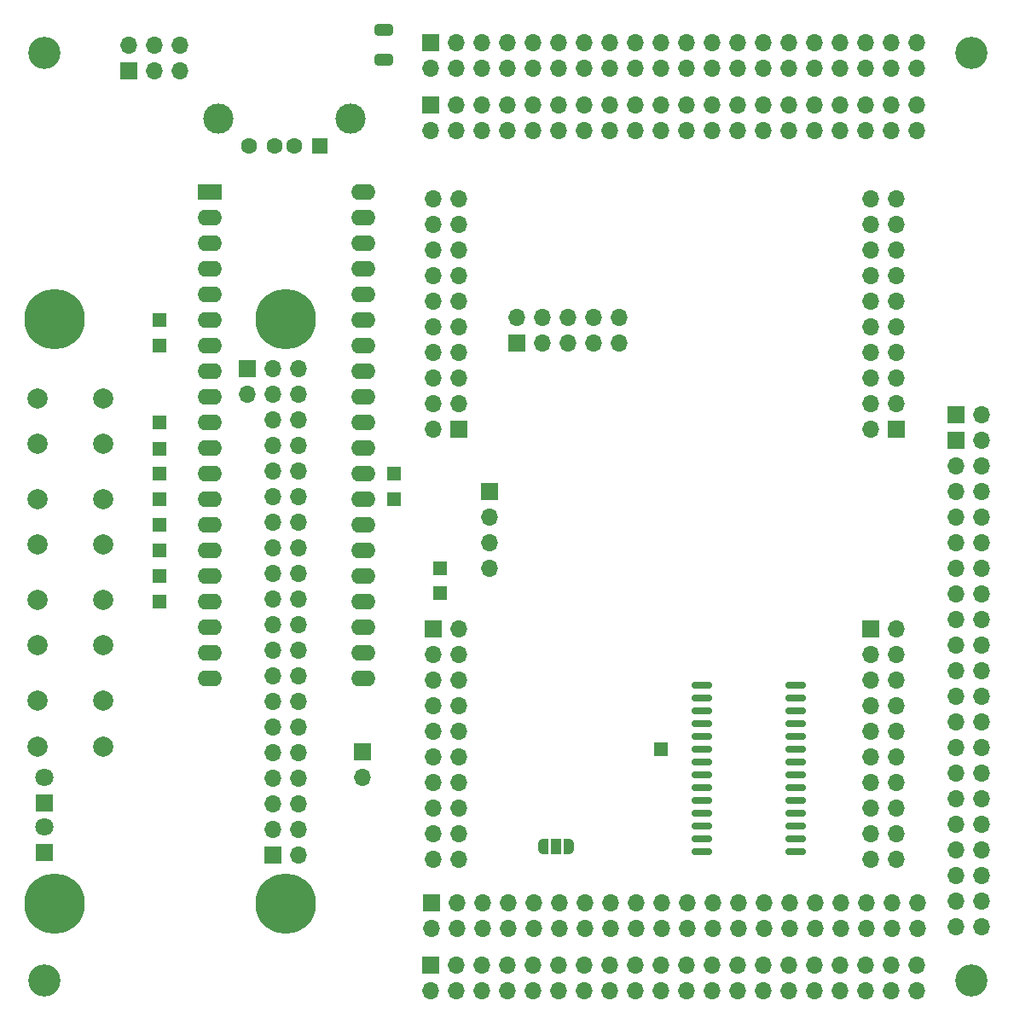
<source format=gbr>
%TF.GenerationSoftware,KiCad,Pcbnew,7.0.7-7.0.7~ubuntu20.04.1*%
%TF.CreationDate,2023-09-08T15:38:02+02:00*%
%TF.ProjectId,cpld_board_max2,63706c64-5f62-46f6-9172-645f6d617832,rev?*%
%TF.SameCoordinates,Original*%
%TF.FileFunction,Soldermask,Top*%
%TF.FilePolarity,Negative*%
%FSLAX46Y46*%
G04 Gerber Fmt 4.6, Leading zero omitted, Abs format (unit mm)*
G04 Created by KiCad (PCBNEW 7.0.7-7.0.7~ubuntu20.04.1) date 2023-09-08 15:38:02*
%MOMM*%
%LPD*%
G01*
G04 APERTURE LIST*
G04 Aperture macros list*
%AMRoundRect*
0 Rectangle with rounded corners*
0 $1 Rounding radius*
0 $2 $3 $4 $5 $6 $7 $8 $9 X,Y pos of 4 corners*
0 Add a 4 corners polygon primitive as box body*
4,1,4,$2,$3,$4,$5,$6,$7,$8,$9,$2,$3,0*
0 Add four circle primitives for the rounded corners*
1,1,$1+$1,$2,$3*
1,1,$1+$1,$4,$5*
1,1,$1+$1,$6,$7*
1,1,$1+$1,$8,$9*
0 Add four rect primitives between the rounded corners*
20,1,$1+$1,$2,$3,$4,$5,0*
20,1,$1+$1,$4,$5,$6,$7,0*
20,1,$1+$1,$6,$7,$8,$9,0*
20,1,$1+$1,$8,$9,$2,$3,0*%
%AMFreePoly0*
4,1,19,0.550000,-0.750000,0.000000,-0.750000,0.000000,-0.744911,-0.071157,-0.744911,-0.207708,-0.704816,-0.327430,-0.627875,-0.420627,-0.520320,-0.479746,-0.390866,-0.500000,-0.250000,-0.500000,0.250000,-0.479746,0.390866,-0.420627,0.520320,-0.327430,0.627875,-0.207708,0.704816,-0.071157,0.744911,0.000000,0.744911,0.000000,0.750000,0.550000,0.750000,0.550000,-0.750000,0.550000,-0.750000,
$1*%
%AMFreePoly1*
4,1,19,0.000000,0.744911,0.071157,0.744911,0.207708,0.704816,0.327430,0.627875,0.420627,0.520320,0.479746,0.390866,0.500000,0.250000,0.500000,-0.250000,0.479746,-0.390866,0.420627,-0.520320,0.327430,-0.627875,0.207708,-0.704816,0.071157,-0.744911,0.000000,-0.744911,0.000000,-0.750000,-0.550000,-0.750000,-0.550000,0.750000,0.000000,0.750000,0.000000,0.744911,0.000000,0.744911,
$1*%
G04 Aperture macros list end*
%ADD10R,1.700000X1.700000*%
%ADD11O,1.700000X1.700000*%
%ADD12R,1.600000X1.500000*%
%ADD13C,1.600000*%
%ADD14C,3.000000*%
%ADD15R,1.350000X1.350000*%
%ADD16C,3.200000*%
%ADD17FreePoly0,0.000000*%
%ADD18R,1.000000X1.500000*%
%ADD19FreePoly1,0.000000*%
%ADD20R,2.400000X1.600000*%
%ADD21O,2.400000X1.600000*%
%ADD22C,6.000000*%
%ADD23RoundRect,0.250000X0.650000X-0.325000X0.650000X0.325000X-0.650000X0.325000X-0.650000X-0.325000X0*%
%ADD24R,1.800000X1.800000*%
%ADD25C,1.800000*%
%ADD26RoundRect,0.150000X0.875000X0.150000X-0.875000X0.150000X-0.875000X-0.150000X0.875000X-0.150000X0*%
%ADD27C,2.000000*%
G04 APERTURE END LIST*
D10*
%TO.C,J1*%
X142360000Y-42957000D03*
D11*
X142360000Y-45497000D03*
X144900000Y-42957000D03*
X144900000Y-45497000D03*
X147440000Y-42957000D03*
X147440000Y-45497000D03*
X149980000Y-42957000D03*
X149980000Y-45497000D03*
X152520000Y-42957000D03*
X152520000Y-45497000D03*
X155060000Y-42957000D03*
X155060000Y-45497000D03*
X157600000Y-42957000D03*
X157600000Y-45497000D03*
X160140000Y-42957000D03*
X160140000Y-45497000D03*
X162680000Y-42957000D03*
X162680000Y-45497000D03*
X165220000Y-42957000D03*
X165220000Y-45497000D03*
X167760000Y-42957000D03*
X167760000Y-45497000D03*
X170300000Y-42957000D03*
X170300000Y-45497000D03*
X172840000Y-42957000D03*
X172840000Y-45497000D03*
X175380000Y-42957000D03*
X175380000Y-45497000D03*
X177920000Y-42957000D03*
X177920000Y-45497000D03*
X180460000Y-42957000D03*
X180460000Y-45497000D03*
X183000000Y-42957000D03*
X183000000Y-45497000D03*
X185540000Y-42957000D03*
X185540000Y-45497000D03*
X188080000Y-42957000D03*
X188080000Y-45497000D03*
X190620000Y-42957000D03*
X190620000Y-45497000D03*
%TD*%
D12*
%TO.C,J8*%
X131318000Y-53213000D03*
D13*
X128818000Y-53213000D03*
X126818000Y-53213000D03*
X124318000Y-53213000D03*
D14*
X134388000Y-50503000D03*
X121248000Y-50503000D03*
%TD*%
D15*
%TO.C,J17*%
X115443000Y-70485000D03*
%TD*%
%TO.C,J26*%
X115443000Y-93345000D03*
%TD*%
D16*
%TO.C,H8*%
X104966691Y-128409913D03*
%TD*%
D10*
%TO.C,J13*%
X150876000Y-72771000D03*
D11*
X150876000Y-70231000D03*
X153416000Y-72771000D03*
X153416000Y-70231000D03*
X155956000Y-72771000D03*
X155956000Y-70231000D03*
X158496000Y-72771000D03*
X158496000Y-70231000D03*
X161036000Y-72771000D03*
X161036000Y-70231000D03*
%TD*%
D10*
%TO.C,J11*%
X124153169Y-75275648D03*
D11*
X124153169Y-77815648D03*
%TD*%
D15*
%TO.C,J18*%
X138684000Y-88265000D03*
%TD*%
%TO.C,J23*%
X115443000Y-85725000D03*
%TD*%
D17*
%TO.C,JP1*%
X153483000Y-122682000D03*
D18*
X154783000Y-122682000D03*
D19*
X156083000Y-122682000D03*
%TD*%
D15*
%TO.C,J16*%
X143256000Y-95123000D03*
%TD*%
%TO.C,J29*%
X165227000Y-113030000D03*
%TD*%
D16*
%TO.C,H1*%
X196000000Y-136000000D03*
%TD*%
D20*
%TO.C,J6*%
X120396000Y-57785000D03*
D21*
X120396000Y-60325000D03*
X120396000Y-62865000D03*
X120396000Y-65405000D03*
X120396000Y-67945000D03*
X120396000Y-70485000D03*
X120396000Y-73025000D03*
X120396000Y-75565000D03*
X120396000Y-78105000D03*
X120396000Y-80645000D03*
X120396000Y-83185000D03*
X120396000Y-85725000D03*
X120396000Y-88265000D03*
X120396000Y-90805000D03*
X120396000Y-93345000D03*
X120396000Y-95885000D03*
X120396000Y-98425000D03*
X120396000Y-100965000D03*
X120396000Y-103505000D03*
X120396000Y-106045000D03*
X135636000Y-106045000D03*
X135636000Y-103505000D03*
X135636000Y-100965000D03*
X135636000Y-98425000D03*
X135636000Y-95885000D03*
X135636000Y-93345000D03*
X135636000Y-90805000D03*
X135636000Y-88265000D03*
X135636000Y-85725000D03*
X135636000Y-83185000D03*
X135636000Y-80645000D03*
X135636000Y-78105000D03*
X135636000Y-75565000D03*
X135636000Y-73025000D03*
X135636000Y-70485000D03*
X135636000Y-67945000D03*
X135636000Y-65405000D03*
X135636000Y-62865000D03*
X135636000Y-60325000D03*
X135636000Y-57785000D03*
%TD*%
D22*
%TO.C,J9*%
X127968000Y-128404000D03*
X127968000Y-70404000D03*
X104968000Y-128404000D03*
X104968000Y-70404000D03*
D10*
X126698000Y-123534000D03*
D11*
X129238000Y-123534000D03*
X126698000Y-120994000D03*
X129238000Y-120994000D03*
X126698000Y-118454000D03*
X129238000Y-118454000D03*
X126698000Y-115914000D03*
X129238000Y-115914000D03*
X126698000Y-113374000D03*
X129238000Y-113374000D03*
X126698000Y-110834000D03*
X129238000Y-110834000D03*
X126698000Y-108294000D03*
X129238000Y-108294000D03*
X126698000Y-105754000D03*
X129238000Y-105754000D03*
X126698000Y-103214000D03*
X129238000Y-103214000D03*
X126698000Y-100674000D03*
X129238000Y-100674000D03*
X126698000Y-98134000D03*
X129238000Y-98134000D03*
X126698000Y-95594000D03*
X129238000Y-95594000D03*
X126698000Y-93054000D03*
X129238000Y-93054000D03*
X126698000Y-90514000D03*
X129238000Y-90514000D03*
X126698000Y-87974000D03*
X129238000Y-87974000D03*
X126698000Y-85434000D03*
X129238000Y-85434000D03*
X126698000Y-82894000D03*
X129238000Y-82894000D03*
X126698000Y-80354000D03*
X129238000Y-80354000D03*
X126698000Y-77814000D03*
X129238000Y-77814000D03*
X126698000Y-75274000D03*
X129238000Y-75274000D03*
%TD*%
D15*
%TO.C,J28*%
X115444001Y-98425000D03*
%TD*%
%TO.C,J24*%
X115443000Y-88265000D03*
%TD*%
D10*
%TO.C,J2*%
X142360000Y-134503000D03*
D11*
X142360000Y-137043000D03*
X144900000Y-134503000D03*
X144900000Y-137043000D03*
X147440000Y-134503000D03*
X147440000Y-137043000D03*
X149980000Y-134503000D03*
X149980000Y-137043000D03*
X152520000Y-134503000D03*
X152520000Y-137043000D03*
X155060000Y-134503000D03*
X155060000Y-137043000D03*
X157600000Y-134503000D03*
X157600000Y-137043000D03*
X160140000Y-134503000D03*
X160140000Y-137043000D03*
X162680000Y-134503000D03*
X162680000Y-137043000D03*
X165220000Y-134503000D03*
X165220000Y-137043000D03*
X167760000Y-134503000D03*
X167760000Y-137043000D03*
X170300000Y-134503000D03*
X170300000Y-137043000D03*
X172840000Y-134503000D03*
X172840000Y-137043000D03*
X175380000Y-134503000D03*
X175380000Y-137043000D03*
X177920000Y-134503000D03*
X177920000Y-137043000D03*
X180460000Y-134503000D03*
X180460000Y-137043000D03*
X183000000Y-134503000D03*
X183000000Y-137043000D03*
X185540000Y-134503000D03*
X185540000Y-137043000D03*
X188080000Y-134503000D03*
X188080000Y-137043000D03*
X190620000Y-134503000D03*
X190620000Y-137043000D03*
%TD*%
D10*
%TO.C,J5*%
X194503000Y-82360000D03*
D11*
X197043000Y-82360000D03*
X194503000Y-84900000D03*
X197043000Y-84900000D03*
X194503000Y-87440000D03*
X197043000Y-87440000D03*
X194503000Y-89980000D03*
X197043000Y-89980000D03*
X194503000Y-92520000D03*
X197043000Y-92520000D03*
X194503000Y-95060000D03*
X197043000Y-95060000D03*
X194503000Y-97600000D03*
X197043000Y-97600000D03*
X194503000Y-100140000D03*
X197043000Y-100140000D03*
X194503000Y-102680000D03*
X197043000Y-102680000D03*
X194503000Y-105220000D03*
X197043000Y-105220000D03*
X194503000Y-107760000D03*
X197043000Y-107760000D03*
X194503000Y-110300000D03*
X197043000Y-110300000D03*
X194503000Y-112840000D03*
X197043000Y-112840000D03*
X194503000Y-115380000D03*
X197043000Y-115380000D03*
X194503000Y-117920000D03*
X197043000Y-117920000D03*
X194503000Y-120460000D03*
X197043000Y-120460000D03*
X194503000Y-123000000D03*
X197043000Y-123000000D03*
X194503000Y-125540000D03*
X197043000Y-125540000D03*
X194503000Y-128080000D03*
X197043000Y-128080000D03*
X194503000Y-130620000D03*
X197043000Y-130620000D03*
%TD*%
D16*
%TO.C,H5*%
X127966715Y-70403307D03*
%TD*%
D15*
%TO.C,J27*%
X115443000Y-95885000D03*
%TD*%
D16*
%TO.C,H7*%
X127967540Y-128405749D03*
%TD*%
D23*
%TO.C,C4*%
X137668000Y-44655000D03*
X137668000Y-41705000D03*
%TD*%
D16*
%TO.C,H3*%
X196000000Y-44000000D03*
%TD*%
D15*
%TO.C,J22*%
X115443000Y-83213000D03*
%TD*%
D10*
%TO.C,J4*%
X142369130Y-128328879D03*
D11*
X142369130Y-130868879D03*
X144909130Y-128328879D03*
X144909130Y-130868879D03*
X147449130Y-128328879D03*
X147449130Y-130868879D03*
X149989130Y-128328879D03*
X149989130Y-130868879D03*
X152529130Y-128328879D03*
X152529130Y-130868879D03*
X155069130Y-128328879D03*
X155069130Y-130868879D03*
X157609130Y-128328879D03*
X157609130Y-130868879D03*
X160149130Y-128328879D03*
X160149130Y-130868879D03*
X162689130Y-128328879D03*
X162689130Y-130868879D03*
X165229130Y-128328879D03*
X165229130Y-130868879D03*
X167769130Y-128328879D03*
X167769130Y-130868879D03*
X170309130Y-128328879D03*
X170309130Y-130868879D03*
X172849130Y-128328879D03*
X172849130Y-130868879D03*
X175389130Y-128328879D03*
X175389130Y-130868879D03*
X177929130Y-128328879D03*
X177929130Y-130868879D03*
X180469130Y-128328879D03*
X180469130Y-130868879D03*
X183009130Y-128328879D03*
X183009130Y-130868879D03*
X185549130Y-128328879D03*
X185549130Y-130868879D03*
X188089130Y-128328879D03*
X188089130Y-130868879D03*
X190629130Y-128328879D03*
X190629130Y-130868879D03*
%TD*%
D24*
%TO.C,D2*%
X104013000Y-118369000D03*
D25*
X104013000Y-115829000D03*
%TD*%
D10*
%TO.C,J12*%
X135534400Y-113334800D03*
D11*
X135534400Y-115874800D03*
%TD*%
D15*
%TO.C,J19*%
X115443000Y-73025000D03*
%TD*%
%TO.C,J14*%
X143256000Y-97536000D03*
%TD*%
D10*
%TO.C,J15*%
X194505197Y-79819841D03*
D11*
X197045197Y-79819841D03*
%TD*%
%TO.C,U1*%
X186055000Y-123952000D03*
X188595000Y-123952000D03*
X186055000Y-121412000D03*
X188595000Y-121412000D03*
X186055000Y-118872000D03*
X188595000Y-118872000D03*
X186055000Y-116332000D03*
X188595000Y-116332000D03*
X145095000Y-58482000D03*
X186055000Y-106172000D03*
D10*
X148167211Y-87490101D03*
D11*
X148167211Y-95110101D03*
X186055000Y-113792000D03*
X188595000Y-113792000D03*
X186055000Y-111252000D03*
X188595000Y-111252000D03*
X186055000Y-108712000D03*
X188595000Y-108712000D03*
X188595000Y-106172000D03*
X186055000Y-103632000D03*
X188595000Y-103632000D03*
D10*
X186055000Y-101092000D03*
D11*
X188595000Y-101092000D03*
D10*
X188595000Y-81342000D03*
D11*
X186055000Y-81342000D03*
X188595000Y-78802000D03*
X186055000Y-78802000D03*
X188595000Y-76262000D03*
X186055000Y-76262000D03*
X188595000Y-73722000D03*
X186055000Y-73722000D03*
X188595000Y-71182000D03*
X186055000Y-71182000D03*
X188595000Y-68642000D03*
X186055000Y-68642000D03*
X188595000Y-66102000D03*
X186055000Y-66102000D03*
X188595000Y-63562000D03*
X186055000Y-63562000D03*
X188595000Y-61022000D03*
X186055000Y-61022000D03*
X188595000Y-58482000D03*
X186055000Y-58482000D03*
X142555000Y-58482000D03*
X142555000Y-63562000D03*
X145095000Y-63562000D03*
X142555000Y-66102000D03*
X145095000Y-66102000D03*
X142555000Y-68642000D03*
X148167211Y-92570101D03*
X148167211Y-90030101D03*
X142555000Y-61022000D03*
X145095000Y-68642000D03*
X142555000Y-71182000D03*
X145095000Y-71182000D03*
X142555000Y-73722000D03*
X145095000Y-73722000D03*
X142555000Y-76262000D03*
X145095000Y-76262000D03*
X142555000Y-78802000D03*
X145095000Y-78802000D03*
X142555000Y-81342000D03*
D10*
X145095000Y-81342000D03*
X142555000Y-101092000D03*
D11*
X145095000Y-101092000D03*
X142555000Y-103632000D03*
X145095000Y-103632000D03*
X142555000Y-106172000D03*
X145095000Y-106172000D03*
X142555000Y-108712000D03*
X145095000Y-108712000D03*
X142555000Y-111252000D03*
X145095000Y-111252000D03*
X142555000Y-113792000D03*
X145095000Y-113792000D03*
X142555000Y-116332000D03*
X145095000Y-116332000D03*
X142555000Y-118872000D03*
X145095000Y-118872000D03*
X142555000Y-121412000D03*
X145095000Y-121412000D03*
X142555000Y-123952000D03*
X145095000Y-123952000D03*
X145095000Y-61022000D03*
%TD*%
D24*
%TO.C,D1*%
X104013000Y-123317000D03*
D25*
X104013000Y-120777000D03*
%TD*%
D26*
%TO.C,U3*%
X178591000Y-123190000D03*
X178591000Y-121920000D03*
X178591000Y-120650000D03*
X178591000Y-119380000D03*
X178591000Y-118110000D03*
X178591000Y-116840000D03*
X178591000Y-115570000D03*
X178591000Y-114300000D03*
X178591000Y-113030000D03*
X178591000Y-111760000D03*
X178591000Y-110490000D03*
X178591000Y-109220000D03*
X178591000Y-107950000D03*
X178591000Y-106680000D03*
X169291000Y-106680000D03*
X169291000Y-107950000D03*
X169291000Y-109220000D03*
X169291000Y-110490000D03*
X169291000Y-111760000D03*
X169291000Y-113030000D03*
X169291000Y-114300000D03*
X169291000Y-115570000D03*
X169291000Y-116840000D03*
X169291000Y-118110000D03*
X169291000Y-119380000D03*
X169291000Y-120650000D03*
X169291000Y-121920000D03*
X169291000Y-123190000D03*
%TD*%
D16*
%TO.C,H6*%
X104965464Y-70404964D03*
%TD*%
%TO.C,H4*%
X104000000Y-44000000D03*
%TD*%
%TO.C,H2*%
X104000000Y-136000000D03*
%TD*%
D10*
%TO.C,J10*%
X112395000Y-45720000D03*
D11*
X112395000Y-43180000D03*
X114935000Y-45720000D03*
X114935000Y-43180000D03*
X117475000Y-45720000D03*
X117475000Y-43180000D03*
%TD*%
D15*
%TO.C,J25*%
X115443000Y-90805000D03*
%TD*%
%TO.C,J20*%
X115443000Y-80645000D03*
%TD*%
D10*
%TO.C,J3*%
X142360397Y-49123807D03*
D11*
X142360397Y-51663807D03*
X144900397Y-49123807D03*
X144900397Y-51663807D03*
X147440397Y-49123807D03*
X147440397Y-51663807D03*
X149980397Y-49123807D03*
X149980397Y-51663807D03*
X152520397Y-49123807D03*
X152520397Y-51663807D03*
X155060397Y-49123807D03*
X155060397Y-51663807D03*
X157600397Y-49123807D03*
X157600397Y-51663807D03*
X160140397Y-49123807D03*
X160140397Y-51663807D03*
X162680397Y-49123807D03*
X162680397Y-51663807D03*
X165220397Y-49123807D03*
X165220397Y-51663807D03*
X167760397Y-49123807D03*
X167760397Y-51663807D03*
X170300397Y-49123807D03*
X170300397Y-51663807D03*
X172840397Y-49123807D03*
X172840397Y-51663807D03*
X175380397Y-49123807D03*
X175380397Y-51663807D03*
X177920397Y-49123807D03*
X177920397Y-51663807D03*
X180460397Y-49123807D03*
X180460397Y-51663807D03*
X183000397Y-49123807D03*
X183000397Y-51663807D03*
X185540397Y-49123807D03*
X185540397Y-51663807D03*
X188080397Y-49123807D03*
X188080397Y-51663807D03*
X190620397Y-49123807D03*
X190620397Y-51663807D03*
%TD*%
D15*
%TO.C,J21*%
X138684000Y-85725000D03*
%TD*%
D27*
%TO.C,SW2*%
X109836000Y-88263000D03*
X103336000Y-88263000D03*
X109836000Y-92763000D03*
X103336000Y-92763000D03*
%TD*%
%TO.C,SW4*%
X109836000Y-108263000D03*
X103336000Y-108263000D03*
X109836000Y-112763000D03*
X103336000Y-112763000D03*
%TD*%
%TO.C,SW1*%
X109836000Y-78263000D03*
X103336000Y-78263000D03*
X109836000Y-82763000D03*
X103336000Y-82763000D03*
%TD*%
%TO.C,SW3*%
X109836000Y-98263000D03*
X103336000Y-98263000D03*
X109836000Y-102763000D03*
X103336000Y-102763000D03*
%TD*%
M02*

</source>
